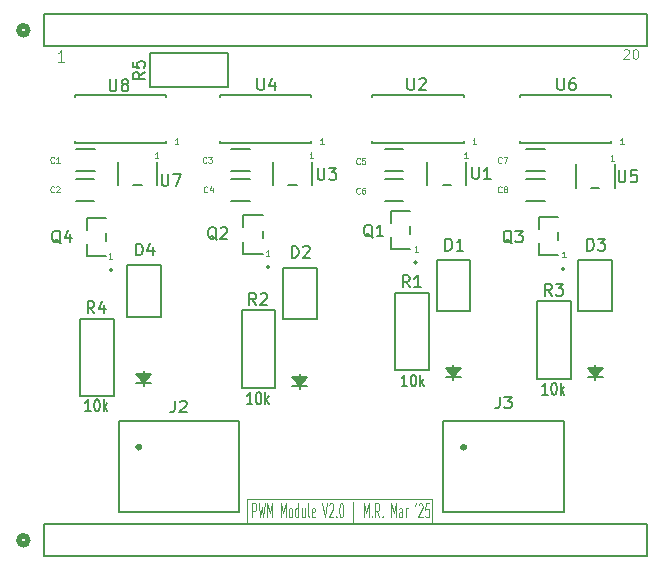
<source format=gbr>
%TF.GenerationSoftware,KiCad,Pcbnew,8.0.8*%
%TF.CreationDate,2025-03-10T22:00:58-04:00*%
%TF.ProjectId,PWM Module 2.0,50574d20-4d6f-4647-956c-6520322e302e,rev?*%
%TF.SameCoordinates,Original*%
%TF.FileFunction,Legend,Top*%
%TF.FilePolarity,Positive*%
%FSLAX46Y46*%
G04 Gerber Fmt 4.6, Leading zero omitted, Abs format (unit mm)*
G04 Created by KiCad (PCBNEW 8.0.8) date 2025-03-10 22:00:58*
%MOMM*%
%LPD*%
G01*
G04 APERTURE LIST*
%ADD10C,0.100000*%
%ADD11C,0.150000*%
%ADD12C,0.125000*%
%ADD13C,0.152400*%
%ADD14C,0.200000*%
%ADD15C,0.400000*%
%ADD16C,0.508000*%
G04 APERTURE END LIST*
D10*
X168200000Y-65100000D02*
X183800000Y-65100000D01*
X183800000Y-67200000D01*
X168200000Y-67200000D01*
X168200000Y-65100000D01*
X162346741Y-35033609D02*
X162061027Y-35033609D01*
X162203884Y-35033609D02*
X162203884Y-34533609D01*
X162203884Y-34533609D02*
X162156265Y-34605038D01*
X162156265Y-34605038D02*
X162108646Y-34652657D01*
X162108646Y-34652657D02*
X162061027Y-34676466D01*
X182646741Y-44133609D02*
X182361027Y-44133609D01*
X182503884Y-44133609D02*
X182503884Y-43633609D01*
X182503884Y-43633609D02*
X182456265Y-43705038D01*
X182456265Y-43705038D02*
X182408646Y-43752657D01*
X182408646Y-43752657D02*
X182361027Y-43776466D01*
D11*
X168623809Y-57054819D02*
X168166666Y-57054819D01*
X168395238Y-57054819D02*
X168395238Y-56054819D01*
X168395238Y-56054819D02*
X168319047Y-56197676D01*
X168319047Y-56197676D02*
X168242857Y-56292914D01*
X168242857Y-56292914D02*
X168166666Y-56340533D01*
X169119048Y-56054819D02*
X169195238Y-56054819D01*
X169195238Y-56054819D02*
X169271429Y-56102438D01*
X169271429Y-56102438D02*
X169309524Y-56150057D01*
X169309524Y-56150057D02*
X169347619Y-56245295D01*
X169347619Y-56245295D02*
X169385714Y-56435771D01*
X169385714Y-56435771D02*
X169385714Y-56673866D01*
X169385714Y-56673866D02*
X169347619Y-56864342D01*
X169347619Y-56864342D02*
X169309524Y-56959580D01*
X169309524Y-56959580D02*
X169271429Y-57007200D01*
X169271429Y-57007200D02*
X169195238Y-57054819D01*
X169195238Y-57054819D02*
X169119048Y-57054819D01*
X169119048Y-57054819D02*
X169042857Y-57007200D01*
X169042857Y-57007200D02*
X169004762Y-56959580D01*
X169004762Y-56959580D02*
X168966667Y-56864342D01*
X168966667Y-56864342D02*
X168928571Y-56673866D01*
X168928571Y-56673866D02*
X168928571Y-56435771D01*
X168928571Y-56435771D02*
X168966667Y-56245295D01*
X168966667Y-56245295D02*
X169004762Y-56150057D01*
X169004762Y-56150057D02*
X169042857Y-56102438D01*
X169042857Y-56102438D02*
X169119048Y-56054819D01*
X169728572Y-57054819D02*
X169728572Y-56054819D01*
X169804762Y-56673866D02*
X170033334Y-57054819D01*
X170033334Y-56388152D02*
X169728572Y-56769104D01*
D10*
X199246741Y-36433609D02*
X198961027Y-36433609D01*
X199103884Y-36433609D02*
X199103884Y-35933609D01*
X199103884Y-35933609D02*
X199056265Y-36005038D01*
X199056265Y-36005038D02*
X199008646Y-36052657D01*
X199008646Y-36052657D02*
X198961027Y-36076466D01*
X170046741Y-44533609D02*
X169761027Y-44533609D01*
X169903884Y-44533609D02*
X169903884Y-44033609D01*
X169903884Y-44033609D02*
X169856265Y-44105038D01*
X169856265Y-44105038D02*
X169808646Y-44152657D01*
X169808646Y-44152657D02*
X169761027Y-44176466D01*
X156746741Y-44733609D02*
X156461027Y-44733609D01*
X156603884Y-44733609D02*
X156603884Y-44233609D01*
X156603884Y-44233609D02*
X156556265Y-44305038D01*
X156556265Y-44305038D02*
X156508646Y-44352657D01*
X156508646Y-44352657D02*
X156461027Y-44376466D01*
X195146741Y-44633609D02*
X194861027Y-44633609D01*
X195003884Y-44633609D02*
X195003884Y-44133609D01*
X195003884Y-44133609D02*
X194956265Y-44205038D01*
X194956265Y-44205038D02*
X194908646Y-44252657D01*
X194908646Y-44252657D02*
X194861027Y-44276466D01*
D11*
X193623809Y-56254819D02*
X193166666Y-56254819D01*
X193395238Y-56254819D02*
X193395238Y-55254819D01*
X193395238Y-55254819D02*
X193319047Y-55397676D01*
X193319047Y-55397676D02*
X193242857Y-55492914D01*
X193242857Y-55492914D02*
X193166666Y-55540533D01*
X194119048Y-55254819D02*
X194195238Y-55254819D01*
X194195238Y-55254819D02*
X194271429Y-55302438D01*
X194271429Y-55302438D02*
X194309524Y-55350057D01*
X194309524Y-55350057D02*
X194347619Y-55445295D01*
X194347619Y-55445295D02*
X194385714Y-55635771D01*
X194385714Y-55635771D02*
X194385714Y-55873866D01*
X194385714Y-55873866D02*
X194347619Y-56064342D01*
X194347619Y-56064342D02*
X194309524Y-56159580D01*
X194309524Y-56159580D02*
X194271429Y-56207200D01*
X194271429Y-56207200D02*
X194195238Y-56254819D01*
X194195238Y-56254819D02*
X194119048Y-56254819D01*
X194119048Y-56254819D02*
X194042857Y-56207200D01*
X194042857Y-56207200D02*
X194004762Y-56159580D01*
X194004762Y-56159580D02*
X193966667Y-56064342D01*
X193966667Y-56064342D02*
X193928571Y-55873866D01*
X193928571Y-55873866D02*
X193928571Y-55635771D01*
X193928571Y-55635771D02*
X193966667Y-55445295D01*
X193966667Y-55445295D02*
X194004762Y-55350057D01*
X194004762Y-55350057D02*
X194042857Y-55302438D01*
X194042857Y-55302438D02*
X194119048Y-55254819D01*
X194728572Y-56254819D02*
X194728572Y-55254819D01*
X194804762Y-55873866D02*
X195033334Y-56254819D01*
X195033334Y-55588152D02*
X194728572Y-55969104D01*
D10*
X160646741Y-36233609D02*
X160361027Y-36233609D01*
X160503884Y-36233609D02*
X160503884Y-35733609D01*
X160503884Y-35733609D02*
X160456265Y-35805038D01*
X160456265Y-35805038D02*
X160408646Y-35852657D01*
X160408646Y-35852657D02*
X160361027Y-35876466D01*
X152701503Y-28072419D02*
X152130075Y-28072419D01*
X152415789Y-28072419D02*
X152415789Y-27072419D01*
X152415789Y-27072419D02*
X152320551Y-27215276D01*
X152320551Y-27215276D02*
X152225313Y-27310514D01*
X152225313Y-27310514D02*
X152130075Y-27358133D01*
X174646741Y-35033609D02*
X174361027Y-35033609D01*
X174503884Y-35033609D02*
X174503884Y-34533609D01*
X174503884Y-34533609D02*
X174456265Y-34605038D01*
X174456265Y-34605038D02*
X174408646Y-34652657D01*
X174408646Y-34652657D02*
X174361027Y-34676466D01*
D11*
X154923809Y-57654819D02*
X154466666Y-57654819D01*
X154695238Y-57654819D02*
X154695238Y-56654819D01*
X154695238Y-56654819D02*
X154619047Y-56797676D01*
X154619047Y-56797676D02*
X154542857Y-56892914D01*
X154542857Y-56892914D02*
X154466666Y-56940533D01*
X155419048Y-56654819D02*
X155495238Y-56654819D01*
X155495238Y-56654819D02*
X155571429Y-56702438D01*
X155571429Y-56702438D02*
X155609524Y-56750057D01*
X155609524Y-56750057D02*
X155647619Y-56845295D01*
X155647619Y-56845295D02*
X155685714Y-57035771D01*
X155685714Y-57035771D02*
X155685714Y-57273866D01*
X155685714Y-57273866D02*
X155647619Y-57464342D01*
X155647619Y-57464342D02*
X155609524Y-57559580D01*
X155609524Y-57559580D02*
X155571429Y-57607200D01*
X155571429Y-57607200D02*
X155495238Y-57654819D01*
X155495238Y-57654819D02*
X155419048Y-57654819D01*
X155419048Y-57654819D02*
X155342857Y-57607200D01*
X155342857Y-57607200D02*
X155304762Y-57559580D01*
X155304762Y-57559580D02*
X155266667Y-57464342D01*
X155266667Y-57464342D02*
X155228571Y-57273866D01*
X155228571Y-57273866D02*
X155228571Y-57035771D01*
X155228571Y-57035771D02*
X155266667Y-56845295D01*
X155266667Y-56845295D02*
X155304762Y-56750057D01*
X155304762Y-56750057D02*
X155342857Y-56702438D01*
X155342857Y-56702438D02*
X155419048Y-56654819D01*
X156028572Y-57654819D02*
X156028572Y-56654819D01*
X156104762Y-57273866D02*
X156333334Y-57654819D01*
X156333334Y-56988152D02*
X156028572Y-57369104D01*
D10*
X173746741Y-36233609D02*
X173461027Y-36233609D01*
X173603884Y-36233609D02*
X173603884Y-35733609D01*
X173603884Y-35733609D02*
X173556265Y-35805038D01*
X173556265Y-35805038D02*
X173508646Y-35852657D01*
X173508646Y-35852657D02*
X173461027Y-35876466D01*
X168608646Y-66647942D02*
X168608646Y-65447942D01*
X168608646Y-65447942D02*
X168837217Y-65447942D01*
X168837217Y-65447942D02*
X168894360Y-65505085D01*
X168894360Y-65505085D02*
X168922931Y-65562228D01*
X168922931Y-65562228D02*
X168951503Y-65676514D01*
X168951503Y-65676514D02*
X168951503Y-65847942D01*
X168951503Y-65847942D02*
X168922931Y-65962228D01*
X168922931Y-65962228D02*
X168894360Y-66019371D01*
X168894360Y-66019371D02*
X168837217Y-66076514D01*
X168837217Y-66076514D02*
X168608646Y-66076514D01*
X169151503Y-65447942D02*
X169294360Y-66647942D01*
X169294360Y-66647942D02*
X169408646Y-65790800D01*
X169408646Y-65790800D02*
X169522931Y-66647942D01*
X169522931Y-66647942D02*
X169665789Y-65447942D01*
X169894360Y-66647942D02*
X169894360Y-65447942D01*
X169894360Y-65447942D02*
X170094360Y-66305085D01*
X170094360Y-66305085D02*
X170294360Y-65447942D01*
X170294360Y-65447942D02*
X170294360Y-66647942D01*
X171037217Y-66647942D02*
X171037217Y-65447942D01*
X171037217Y-65447942D02*
X171237217Y-66305085D01*
X171237217Y-66305085D02*
X171437217Y-65447942D01*
X171437217Y-65447942D02*
X171437217Y-66647942D01*
X171808645Y-66647942D02*
X171751502Y-66590800D01*
X171751502Y-66590800D02*
X171722931Y-66533657D01*
X171722931Y-66533657D02*
X171694359Y-66419371D01*
X171694359Y-66419371D02*
X171694359Y-66076514D01*
X171694359Y-66076514D02*
X171722931Y-65962228D01*
X171722931Y-65962228D02*
X171751502Y-65905085D01*
X171751502Y-65905085D02*
X171808645Y-65847942D01*
X171808645Y-65847942D02*
X171894359Y-65847942D01*
X171894359Y-65847942D02*
X171951502Y-65905085D01*
X171951502Y-65905085D02*
X171980074Y-65962228D01*
X171980074Y-65962228D02*
X172008645Y-66076514D01*
X172008645Y-66076514D02*
X172008645Y-66419371D01*
X172008645Y-66419371D02*
X171980074Y-66533657D01*
X171980074Y-66533657D02*
X171951502Y-66590800D01*
X171951502Y-66590800D02*
X171894359Y-66647942D01*
X171894359Y-66647942D02*
X171808645Y-66647942D01*
X172522931Y-66647942D02*
X172522931Y-65447942D01*
X172522931Y-66590800D02*
X172465788Y-66647942D01*
X172465788Y-66647942D02*
X172351502Y-66647942D01*
X172351502Y-66647942D02*
X172294359Y-66590800D01*
X172294359Y-66590800D02*
X172265788Y-66533657D01*
X172265788Y-66533657D02*
X172237216Y-66419371D01*
X172237216Y-66419371D02*
X172237216Y-66076514D01*
X172237216Y-66076514D02*
X172265788Y-65962228D01*
X172265788Y-65962228D02*
X172294359Y-65905085D01*
X172294359Y-65905085D02*
X172351502Y-65847942D01*
X172351502Y-65847942D02*
X172465788Y-65847942D01*
X172465788Y-65847942D02*
X172522931Y-65905085D01*
X173065788Y-65847942D02*
X173065788Y-66647942D01*
X172808645Y-65847942D02*
X172808645Y-66476514D01*
X172808645Y-66476514D02*
X172837216Y-66590800D01*
X172837216Y-66590800D02*
X172894359Y-66647942D01*
X172894359Y-66647942D02*
X172980073Y-66647942D01*
X172980073Y-66647942D02*
X173037216Y-66590800D01*
X173037216Y-66590800D02*
X173065788Y-66533657D01*
X173437216Y-66647942D02*
X173380073Y-66590800D01*
X173380073Y-66590800D02*
X173351502Y-66476514D01*
X173351502Y-66476514D02*
X173351502Y-65447942D01*
X173894359Y-66590800D02*
X173837216Y-66647942D01*
X173837216Y-66647942D02*
X173722931Y-66647942D01*
X173722931Y-66647942D02*
X173665788Y-66590800D01*
X173665788Y-66590800D02*
X173637216Y-66476514D01*
X173637216Y-66476514D02*
X173637216Y-66019371D01*
X173637216Y-66019371D02*
X173665788Y-65905085D01*
X173665788Y-65905085D02*
X173722931Y-65847942D01*
X173722931Y-65847942D02*
X173837216Y-65847942D01*
X173837216Y-65847942D02*
X173894359Y-65905085D01*
X173894359Y-65905085D02*
X173922931Y-66019371D01*
X173922931Y-66019371D02*
X173922931Y-66133657D01*
X173922931Y-66133657D02*
X173637216Y-66247942D01*
X174551502Y-65447942D02*
X174751502Y-66647942D01*
X174751502Y-66647942D02*
X174951502Y-65447942D01*
X175122931Y-65562228D02*
X175151503Y-65505085D01*
X175151503Y-65505085D02*
X175208646Y-65447942D01*
X175208646Y-65447942D02*
X175351503Y-65447942D01*
X175351503Y-65447942D02*
X175408646Y-65505085D01*
X175408646Y-65505085D02*
X175437217Y-65562228D01*
X175437217Y-65562228D02*
X175465788Y-65676514D01*
X175465788Y-65676514D02*
X175465788Y-65790800D01*
X175465788Y-65790800D02*
X175437217Y-65962228D01*
X175437217Y-65962228D02*
X175094360Y-66647942D01*
X175094360Y-66647942D02*
X175465788Y-66647942D01*
X175722932Y-66533657D02*
X175751503Y-66590800D01*
X175751503Y-66590800D02*
X175722932Y-66647942D01*
X175722932Y-66647942D02*
X175694360Y-66590800D01*
X175694360Y-66590800D02*
X175722932Y-66533657D01*
X175722932Y-66533657D02*
X175722932Y-66647942D01*
X176122931Y-65447942D02*
X176180074Y-65447942D01*
X176180074Y-65447942D02*
X176237217Y-65505085D01*
X176237217Y-65505085D02*
X176265789Y-65562228D01*
X176265789Y-65562228D02*
X176294360Y-65676514D01*
X176294360Y-65676514D02*
X176322931Y-65905085D01*
X176322931Y-65905085D02*
X176322931Y-66190800D01*
X176322931Y-66190800D02*
X176294360Y-66419371D01*
X176294360Y-66419371D02*
X176265789Y-66533657D01*
X176265789Y-66533657D02*
X176237217Y-66590800D01*
X176237217Y-66590800D02*
X176180074Y-66647942D01*
X176180074Y-66647942D02*
X176122931Y-66647942D01*
X176122931Y-66647942D02*
X176065789Y-66590800D01*
X176065789Y-66590800D02*
X176037217Y-66533657D01*
X176037217Y-66533657D02*
X176008646Y-66419371D01*
X176008646Y-66419371D02*
X175980074Y-66190800D01*
X175980074Y-66190800D02*
X175980074Y-65905085D01*
X175980074Y-65905085D02*
X176008646Y-65676514D01*
X176008646Y-65676514D02*
X176037217Y-65562228D01*
X176037217Y-65562228D02*
X176065789Y-65505085D01*
X176065789Y-65505085D02*
X176122931Y-65447942D01*
X177180075Y-67047942D02*
X177180075Y-65333657D01*
X178065790Y-66647942D02*
X178065790Y-65447942D01*
X178065790Y-65447942D02*
X178265790Y-66305085D01*
X178265790Y-66305085D02*
X178465790Y-65447942D01*
X178465790Y-65447942D02*
X178465790Y-66647942D01*
X178751504Y-66533657D02*
X178780075Y-66590800D01*
X178780075Y-66590800D02*
X178751504Y-66647942D01*
X178751504Y-66647942D02*
X178722932Y-66590800D01*
X178722932Y-66590800D02*
X178751504Y-66533657D01*
X178751504Y-66533657D02*
X178751504Y-66647942D01*
X179380075Y-66647942D02*
X179180075Y-66076514D01*
X179037218Y-66647942D02*
X179037218Y-65447942D01*
X179037218Y-65447942D02*
X179265789Y-65447942D01*
X179265789Y-65447942D02*
X179322932Y-65505085D01*
X179322932Y-65505085D02*
X179351503Y-65562228D01*
X179351503Y-65562228D02*
X179380075Y-65676514D01*
X179380075Y-65676514D02*
X179380075Y-65847942D01*
X179380075Y-65847942D02*
X179351503Y-65962228D01*
X179351503Y-65962228D02*
X179322932Y-66019371D01*
X179322932Y-66019371D02*
X179265789Y-66076514D01*
X179265789Y-66076514D02*
X179037218Y-66076514D01*
X179637218Y-66533657D02*
X179665789Y-66590800D01*
X179665789Y-66590800D02*
X179637218Y-66647942D01*
X179637218Y-66647942D02*
X179608646Y-66590800D01*
X179608646Y-66590800D02*
X179637218Y-66533657D01*
X179637218Y-66533657D02*
X179637218Y-66647942D01*
X180380075Y-66647942D02*
X180380075Y-65447942D01*
X180380075Y-65447942D02*
X180580075Y-66305085D01*
X180580075Y-66305085D02*
X180780075Y-65447942D01*
X180780075Y-65447942D02*
X180780075Y-66647942D01*
X181322932Y-66647942D02*
X181322932Y-66019371D01*
X181322932Y-66019371D02*
X181294360Y-65905085D01*
X181294360Y-65905085D02*
X181237217Y-65847942D01*
X181237217Y-65847942D02*
X181122932Y-65847942D01*
X181122932Y-65847942D02*
X181065789Y-65905085D01*
X181322932Y-66590800D02*
X181265789Y-66647942D01*
X181265789Y-66647942D02*
X181122932Y-66647942D01*
X181122932Y-66647942D02*
X181065789Y-66590800D01*
X181065789Y-66590800D02*
X181037217Y-66476514D01*
X181037217Y-66476514D02*
X181037217Y-66362228D01*
X181037217Y-66362228D02*
X181065789Y-66247942D01*
X181065789Y-66247942D02*
X181122932Y-66190800D01*
X181122932Y-66190800D02*
X181265789Y-66190800D01*
X181265789Y-66190800D02*
X181322932Y-66133657D01*
X181608646Y-66647942D02*
X181608646Y-65847942D01*
X181608646Y-66076514D02*
X181637217Y-65962228D01*
X181637217Y-65962228D02*
X181665789Y-65905085D01*
X181665789Y-65905085D02*
X181722931Y-65847942D01*
X181722931Y-65847942D02*
X181780074Y-65847942D01*
X182465789Y-65447942D02*
X182408646Y-65676514D01*
X182694360Y-65562228D02*
X182722932Y-65505085D01*
X182722932Y-65505085D02*
X182780075Y-65447942D01*
X182780075Y-65447942D02*
X182922932Y-65447942D01*
X182922932Y-65447942D02*
X182980075Y-65505085D01*
X182980075Y-65505085D02*
X183008646Y-65562228D01*
X183008646Y-65562228D02*
X183037217Y-65676514D01*
X183037217Y-65676514D02*
X183037217Y-65790800D01*
X183037217Y-65790800D02*
X183008646Y-65962228D01*
X183008646Y-65962228D02*
X182665789Y-66647942D01*
X182665789Y-66647942D02*
X183037217Y-66647942D01*
X183580075Y-65447942D02*
X183294361Y-65447942D01*
X183294361Y-65447942D02*
X183265789Y-66019371D01*
X183265789Y-66019371D02*
X183294361Y-65962228D01*
X183294361Y-65962228D02*
X183351504Y-65905085D01*
X183351504Y-65905085D02*
X183494361Y-65905085D01*
X183494361Y-65905085D02*
X183551504Y-65962228D01*
X183551504Y-65962228D02*
X183580075Y-66019371D01*
X183580075Y-66019371D02*
X183608646Y-66133657D01*
X183608646Y-66133657D02*
X183608646Y-66419371D01*
X183608646Y-66419371D02*
X183580075Y-66533657D01*
X183580075Y-66533657D02*
X183551504Y-66590800D01*
X183551504Y-66590800D02*
X183494361Y-66647942D01*
X183494361Y-66647942D02*
X183351504Y-66647942D01*
X183351504Y-66647942D02*
X183294361Y-66590800D01*
X183294361Y-66590800D02*
X183265789Y-66533657D01*
X200046741Y-35033609D02*
X199761027Y-35033609D01*
X199903884Y-35033609D02*
X199903884Y-34533609D01*
X199903884Y-34533609D02*
X199856265Y-34605038D01*
X199856265Y-34605038D02*
X199808646Y-34652657D01*
X199808646Y-34652657D02*
X199761027Y-34676466D01*
X200046264Y-27073085D02*
X200084360Y-27034990D01*
X200084360Y-27034990D02*
X200160550Y-26996895D01*
X200160550Y-26996895D02*
X200351026Y-26996895D01*
X200351026Y-26996895D02*
X200427217Y-27034990D01*
X200427217Y-27034990D02*
X200465312Y-27073085D01*
X200465312Y-27073085D02*
X200503407Y-27149276D01*
X200503407Y-27149276D02*
X200503407Y-27225466D01*
X200503407Y-27225466D02*
X200465312Y-27339752D01*
X200465312Y-27339752D02*
X200008169Y-27796895D01*
X200008169Y-27796895D02*
X200503407Y-27796895D01*
X200998646Y-26996895D02*
X201074836Y-26996895D01*
X201074836Y-26996895D02*
X201151027Y-27034990D01*
X201151027Y-27034990D02*
X201189122Y-27073085D01*
X201189122Y-27073085D02*
X201227217Y-27149276D01*
X201227217Y-27149276D02*
X201265312Y-27301657D01*
X201265312Y-27301657D02*
X201265312Y-27492133D01*
X201265312Y-27492133D02*
X201227217Y-27644514D01*
X201227217Y-27644514D02*
X201189122Y-27720704D01*
X201189122Y-27720704D02*
X201151027Y-27758800D01*
X201151027Y-27758800D02*
X201074836Y-27796895D01*
X201074836Y-27796895D02*
X200998646Y-27796895D01*
X200998646Y-27796895D02*
X200922455Y-27758800D01*
X200922455Y-27758800D02*
X200884360Y-27720704D01*
X200884360Y-27720704D02*
X200846265Y-27644514D01*
X200846265Y-27644514D02*
X200808169Y-27492133D01*
X200808169Y-27492133D02*
X200808169Y-27301657D01*
X200808169Y-27301657D02*
X200846265Y-27149276D01*
X200846265Y-27149276D02*
X200884360Y-27073085D01*
X200884360Y-27073085D02*
X200922455Y-27034990D01*
X200922455Y-27034990D02*
X200998646Y-26996895D01*
X187546741Y-35033609D02*
X187261027Y-35033609D01*
X187403884Y-35033609D02*
X187403884Y-34533609D01*
X187403884Y-34533609D02*
X187356265Y-34605038D01*
X187356265Y-34605038D02*
X187308646Y-34652657D01*
X187308646Y-34652657D02*
X187261027Y-34676466D01*
D11*
X181723809Y-55554819D02*
X181266666Y-55554819D01*
X181495238Y-55554819D02*
X181495238Y-54554819D01*
X181495238Y-54554819D02*
X181419047Y-54697676D01*
X181419047Y-54697676D02*
X181342857Y-54792914D01*
X181342857Y-54792914D02*
X181266666Y-54840533D01*
X182219048Y-54554819D02*
X182295238Y-54554819D01*
X182295238Y-54554819D02*
X182371429Y-54602438D01*
X182371429Y-54602438D02*
X182409524Y-54650057D01*
X182409524Y-54650057D02*
X182447619Y-54745295D01*
X182447619Y-54745295D02*
X182485714Y-54935771D01*
X182485714Y-54935771D02*
X182485714Y-55173866D01*
X182485714Y-55173866D02*
X182447619Y-55364342D01*
X182447619Y-55364342D02*
X182409524Y-55459580D01*
X182409524Y-55459580D02*
X182371429Y-55507200D01*
X182371429Y-55507200D02*
X182295238Y-55554819D01*
X182295238Y-55554819D02*
X182219048Y-55554819D01*
X182219048Y-55554819D02*
X182142857Y-55507200D01*
X182142857Y-55507200D02*
X182104762Y-55459580D01*
X182104762Y-55459580D02*
X182066667Y-55364342D01*
X182066667Y-55364342D02*
X182028571Y-55173866D01*
X182028571Y-55173866D02*
X182028571Y-54935771D01*
X182028571Y-54935771D02*
X182066667Y-54745295D01*
X182066667Y-54745295D02*
X182104762Y-54650057D01*
X182104762Y-54650057D02*
X182142857Y-54602438D01*
X182142857Y-54602438D02*
X182219048Y-54554819D01*
X182828572Y-55554819D02*
X182828572Y-54554819D01*
X182904762Y-55173866D02*
X183133334Y-55554819D01*
X183133334Y-54888152D02*
X182828572Y-55269104D01*
D10*
X186846741Y-36233609D02*
X186561027Y-36233609D01*
X186703884Y-36233609D02*
X186703884Y-35733609D01*
X186703884Y-35733609D02*
X186656265Y-35805038D01*
X186656265Y-35805038D02*
X186608646Y-35852657D01*
X186608646Y-35852657D02*
X186561027Y-35876466D01*
D11*
X160938095Y-37554819D02*
X160938095Y-38364342D01*
X160938095Y-38364342D02*
X160985714Y-38459580D01*
X160985714Y-38459580D02*
X161033333Y-38507200D01*
X161033333Y-38507200D02*
X161128571Y-38554819D01*
X161128571Y-38554819D02*
X161319047Y-38554819D01*
X161319047Y-38554819D02*
X161414285Y-38507200D01*
X161414285Y-38507200D02*
X161461904Y-38459580D01*
X161461904Y-38459580D02*
X161509523Y-38364342D01*
X161509523Y-38364342D02*
X161509523Y-37554819D01*
X161890476Y-37554819D02*
X162557142Y-37554819D01*
X162557142Y-37554819D02*
X162128571Y-38554819D01*
X165604761Y-43150057D02*
X165509523Y-43102438D01*
X165509523Y-43102438D02*
X165414285Y-43007200D01*
X165414285Y-43007200D02*
X165271428Y-42864342D01*
X165271428Y-42864342D02*
X165176190Y-42816723D01*
X165176190Y-42816723D02*
X165080952Y-42816723D01*
X165128571Y-43054819D02*
X165033333Y-43007200D01*
X165033333Y-43007200D02*
X164938095Y-42911961D01*
X164938095Y-42911961D02*
X164890476Y-42721485D01*
X164890476Y-42721485D02*
X164890476Y-42388152D01*
X164890476Y-42388152D02*
X164938095Y-42197676D01*
X164938095Y-42197676D02*
X165033333Y-42102438D01*
X165033333Y-42102438D02*
X165128571Y-42054819D01*
X165128571Y-42054819D02*
X165319047Y-42054819D01*
X165319047Y-42054819D02*
X165414285Y-42102438D01*
X165414285Y-42102438D02*
X165509523Y-42197676D01*
X165509523Y-42197676D02*
X165557142Y-42388152D01*
X165557142Y-42388152D02*
X165557142Y-42721485D01*
X165557142Y-42721485D02*
X165509523Y-42911961D01*
X165509523Y-42911961D02*
X165414285Y-43007200D01*
X165414285Y-43007200D02*
X165319047Y-43054819D01*
X165319047Y-43054819D02*
X165128571Y-43054819D01*
X165938095Y-42150057D02*
X165985714Y-42102438D01*
X165985714Y-42102438D02*
X166080952Y-42054819D01*
X166080952Y-42054819D02*
X166319047Y-42054819D01*
X166319047Y-42054819D02*
X166414285Y-42102438D01*
X166414285Y-42102438D02*
X166461904Y-42150057D01*
X166461904Y-42150057D02*
X166509523Y-42245295D01*
X166509523Y-42245295D02*
X166509523Y-42340533D01*
X166509523Y-42340533D02*
X166461904Y-42483390D01*
X166461904Y-42483390D02*
X165890476Y-43054819D01*
X165890476Y-43054819D02*
X166509523Y-43054819D01*
D12*
X164816666Y-39077190D02*
X164792857Y-39101000D01*
X164792857Y-39101000D02*
X164721428Y-39124809D01*
X164721428Y-39124809D02*
X164673809Y-39124809D01*
X164673809Y-39124809D02*
X164602381Y-39101000D01*
X164602381Y-39101000D02*
X164554762Y-39053380D01*
X164554762Y-39053380D02*
X164530952Y-39005761D01*
X164530952Y-39005761D02*
X164507143Y-38910523D01*
X164507143Y-38910523D02*
X164507143Y-38839095D01*
X164507143Y-38839095D02*
X164530952Y-38743857D01*
X164530952Y-38743857D02*
X164554762Y-38696238D01*
X164554762Y-38696238D02*
X164602381Y-38648619D01*
X164602381Y-38648619D02*
X164673809Y-38624809D01*
X164673809Y-38624809D02*
X164721428Y-38624809D01*
X164721428Y-38624809D02*
X164792857Y-38648619D01*
X164792857Y-38648619D02*
X164816666Y-38672428D01*
X165245238Y-38791476D02*
X165245238Y-39124809D01*
X165126190Y-38601000D02*
X165007143Y-38958142D01*
X165007143Y-38958142D02*
X165316666Y-38958142D01*
X151816666Y-39077190D02*
X151792857Y-39101000D01*
X151792857Y-39101000D02*
X151721428Y-39124809D01*
X151721428Y-39124809D02*
X151673809Y-39124809D01*
X151673809Y-39124809D02*
X151602381Y-39101000D01*
X151602381Y-39101000D02*
X151554762Y-39053380D01*
X151554762Y-39053380D02*
X151530952Y-39005761D01*
X151530952Y-39005761D02*
X151507143Y-38910523D01*
X151507143Y-38910523D02*
X151507143Y-38839095D01*
X151507143Y-38839095D02*
X151530952Y-38743857D01*
X151530952Y-38743857D02*
X151554762Y-38696238D01*
X151554762Y-38696238D02*
X151602381Y-38648619D01*
X151602381Y-38648619D02*
X151673809Y-38624809D01*
X151673809Y-38624809D02*
X151721428Y-38624809D01*
X151721428Y-38624809D02*
X151792857Y-38648619D01*
X151792857Y-38648619D02*
X151816666Y-38672428D01*
X152007143Y-38672428D02*
X152030952Y-38648619D01*
X152030952Y-38648619D02*
X152078571Y-38624809D01*
X152078571Y-38624809D02*
X152197619Y-38624809D01*
X152197619Y-38624809D02*
X152245238Y-38648619D01*
X152245238Y-38648619D02*
X152269047Y-38672428D01*
X152269047Y-38672428D02*
X152292857Y-38720047D01*
X152292857Y-38720047D02*
X152292857Y-38767666D01*
X152292857Y-38767666D02*
X152269047Y-38839095D01*
X152269047Y-38839095D02*
X151983333Y-39124809D01*
X151983333Y-39124809D02*
X152292857Y-39124809D01*
D11*
X189566666Y-56419819D02*
X189566666Y-57134104D01*
X189566666Y-57134104D02*
X189519047Y-57276961D01*
X189519047Y-57276961D02*
X189423809Y-57372200D01*
X189423809Y-57372200D02*
X189280952Y-57419819D01*
X189280952Y-57419819D02*
X189185714Y-57419819D01*
X189947619Y-56419819D02*
X190566666Y-56419819D01*
X190566666Y-56419819D02*
X190233333Y-56800771D01*
X190233333Y-56800771D02*
X190376190Y-56800771D01*
X190376190Y-56800771D02*
X190471428Y-56848390D01*
X190471428Y-56848390D02*
X190519047Y-56896009D01*
X190519047Y-56896009D02*
X190566666Y-56991247D01*
X190566666Y-56991247D02*
X190566666Y-57229342D01*
X190566666Y-57229342D02*
X190519047Y-57324580D01*
X190519047Y-57324580D02*
X190471428Y-57372200D01*
X190471428Y-57372200D02*
X190376190Y-57419819D01*
X190376190Y-57419819D02*
X190090476Y-57419819D01*
X190090476Y-57419819D02*
X189995238Y-57372200D01*
X189995238Y-57372200D02*
X189947619Y-57324580D01*
X158761905Y-44454819D02*
X158761905Y-43454819D01*
X158761905Y-43454819D02*
X159000000Y-43454819D01*
X159000000Y-43454819D02*
X159142857Y-43502438D01*
X159142857Y-43502438D02*
X159238095Y-43597676D01*
X159238095Y-43597676D02*
X159285714Y-43692914D01*
X159285714Y-43692914D02*
X159333333Y-43883390D01*
X159333333Y-43883390D02*
X159333333Y-44026247D01*
X159333333Y-44026247D02*
X159285714Y-44216723D01*
X159285714Y-44216723D02*
X159238095Y-44311961D01*
X159238095Y-44311961D02*
X159142857Y-44407200D01*
X159142857Y-44407200D02*
X159000000Y-44454819D01*
X159000000Y-44454819D02*
X158761905Y-44454819D01*
X160190476Y-43788152D02*
X160190476Y-44454819D01*
X159952381Y-43407200D02*
X159714286Y-44121485D01*
X159714286Y-44121485D02*
X160333333Y-44121485D01*
X184961905Y-44054819D02*
X184961905Y-43054819D01*
X184961905Y-43054819D02*
X185200000Y-43054819D01*
X185200000Y-43054819D02*
X185342857Y-43102438D01*
X185342857Y-43102438D02*
X185438095Y-43197676D01*
X185438095Y-43197676D02*
X185485714Y-43292914D01*
X185485714Y-43292914D02*
X185533333Y-43483390D01*
X185533333Y-43483390D02*
X185533333Y-43626247D01*
X185533333Y-43626247D02*
X185485714Y-43816723D01*
X185485714Y-43816723D02*
X185438095Y-43911961D01*
X185438095Y-43911961D02*
X185342857Y-44007200D01*
X185342857Y-44007200D02*
X185200000Y-44054819D01*
X185200000Y-44054819D02*
X184961905Y-44054819D01*
X186485714Y-44054819D02*
X185914286Y-44054819D01*
X186200000Y-44054819D02*
X186200000Y-43054819D01*
X186200000Y-43054819D02*
X186104762Y-43197676D01*
X186104762Y-43197676D02*
X186009524Y-43292914D01*
X186009524Y-43292914D02*
X185914286Y-43340533D01*
X190604761Y-43450057D02*
X190509523Y-43402438D01*
X190509523Y-43402438D02*
X190414285Y-43307200D01*
X190414285Y-43307200D02*
X190271428Y-43164342D01*
X190271428Y-43164342D02*
X190176190Y-43116723D01*
X190176190Y-43116723D02*
X190080952Y-43116723D01*
X190128571Y-43354819D02*
X190033333Y-43307200D01*
X190033333Y-43307200D02*
X189938095Y-43211961D01*
X189938095Y-43211961D02*
X189890476Y-43021485D01*
X189890476Y-43021485D02*
X189890476Y-42688152D01*
X189890476Y-42688152D02*
X189938095Y-42497676D01*
X189938095Y-42497676D02*
X190033333Y-42402438D01*
X190033333Y-42402438D02*
X190128571Y-42354819D01*
X190128571Y-42354819D02*
X190319047Y-42354819D01*
X190319047Y-42354819D02*
X190414285Y-42402438D01*
X190414285Y-42402438D02*
X190509523Y-42497676D01*
X190509523Y-42497676D02*
X190557142Y-42688152D01*
X190557142Y-42688152D02*
X190557142Y-43021485D01*
X190557142Y-43021485D02*
X190509523Y-43211961D01*
X190509523Y-43211961D02*
X190414285Y-43307200D01*
X190414285Y-43307200D02*
X190319047Y-43354819D01*
X190319047Y-43354819D02*
X190128571Y-43354819D01*
X190890476Y-42354819D02*
X191509523Y-42354819D01*
X191509523Y-42354819D02*
X191176190Y-42735771D01*
X191176190Y-42735771D02*
X191319047Y-42735771D01*
X191319047Y-42735771D02*
X191414285Y-42783390D01*
X191414285Y-42783390D02*
X191461904Y-42831009D01*
X191461904Y-42831009D02*
X191509523Y-42926247D01*
X191509523Y-42926247D02*
X191509523Y-43164342D01*
X191509523Y-43164342D02*
X191461904Y-43259580D01*
X191461904Y-43259580D02*
X191414285Y-43307200D01*
X191414285Y-43307200D02*
X191319047Y-43354819D01*
X191319047Y-43354819D02*
X191033333Y-43354819D01*
X191033333Y-43354819D02*
X190938095Y-43307200D01*
X190938095Y-43307200D02*
X190890476Y-43259580D01*
X159504819Y-28956666D02*
X159028628Y-29289999D01*
X159504819Y-29528094D02*
X158504819Y-29528094D01*
X158504819Y-29528094D02*
X158504819Y-29147142D01*
X158504819Y-29147142D02*
X158552438Y-29051904D01*
X158552438Y-29051904D02*
X158600057Y-29004285D01*
X158600057Y-29004285D02*
X158695295Y-28956666D01*
X158695295Y-28956666D02*
X158838152Y-28956666D01*
X158838152Y-28956666D02*
X158933390Y-29004285D01*
X158933390Y-29004285D02*
X158981009Y-29051904D01*
X158981009Y-29051904D02*
X159028628Y-29147142D01*
X159028628Y-29147142D02*
X159028628Y-29528094D01*
X158504819Y-28051904D02*
X158504819Y-28528094D01*
X158504819Y-28528094D02*
X158981009Y-28575713D01*
X158981009Y-28575713D02*
X158933390Y-28528094D01*
X158933390Y-28528094D02*
X158885771Y-28432856D01*
X158885771Y-28432856D02*
X158885771Y-28194761D01*
X158885771Y-28194761D02*
X158933390Y-28099523D01*
X158933390Y-28099523D02*
X158981009Y-28051904D01*
X158981009Y-28051904D02*
X159076247Y-28004285D01*
X159076247Y-28004285D02*
X159314342Y-28004285D01*
X159314342Y-28004285D02*
X159409580Y-28051904D01*
X159409580Y-28051904D02*
X159457200Y-28099523D01*
X159457200Y-28099523D02*
X159504819Y-28194761D01*
X159504819Y-28194761D02*
X159504819Y-28432856D01*
X159504819Y-28432856D02*
X159457200Y-28528094D01*
X159457200Y-28528094D02*
X159409580Y-28575713D01*
X162066666Y-56754819D02*
X162066666Y-57469104D01*
X162066666Y-57469104D02*
X162019047Y-57611961D01*
X162019047Y-57611961D02*
X161923809Y-57707200D01*
X161923809Y-57707200D02*
X161780952Y-57754819D01*
X161780952Y-57754819D02*
X161685714Y-57754819D01*
X162495238Y-56850057D02*
X162542857Y-56802438D01*
X162542857Y-56802438D02*
X162638095Y-56754819D01*
X162638095Y-56754819D02*
X162876190Y-56754819D01*
X162876190Y-56754819D02*
X162971428Y-56802438D01*
X162971428Y-56802438D02*
X163019047Y-56850057D01*
X163019047Y-56850057D02*
X163066666Y-56945295D01*
X163066666Y-56945295D02*
X163066666Y-57040533D01*
X163066666Y-57040533D02*
X163019047Y-57183390D01*
X163019047Y-57183390D02*
X162447619Y-57754819D01*
X162447619Y-57754819D02*
X163066666Y-57754819D01*
X199638095Y-37254819D02*
X199638095Y-38064342D01*
X199638095Y-38064342D02*
X199685714Y-38159580D01*
X199685714Y-38159580D02*
X199733333Y-38207200D01*
X199733333Y-38207200D02*
X199828571Y-38254819D01*
X199828571Y-38254819D02*
X200019047Y-38254819D01*
X200019047Y-38254819D02*
X200114285Y-38207200D01*
X200114285Y-38207200D02*
X200161904Y-38159580D01*
X200161904Y-38159580D02*
X200209523Y-38064342D01*
X200209523Y-38064342D02*
X200209523Y-37254819D01*
X201161904Y-37254819D02*
X200685714Y-37254819D01*
X200685714Y-37254819D02*
X200638095Y-37731009D01*
X200638095Y-37731009D02*
X200685714Y-37683390D01*
X200685714Y-37683390D02*
X200780952Y-37635771D01*
X200780952Y-37635771D02*
X201019047Y-37635771D01*
X201019047Y-37635771D02*
X201114285Y-37683390D01*
X201114285Y-37683390D02*
X201161904Y-37731009D01*
X201161904Y-37731009D02*
X201209523Y-37826247D01*
X201209523Y-37826247D02*
X201209523Y-38064342D01*
X201209523Y-38064342D02*
X201161904Y-38159580D01*
X201161904Y-38159580D02*
X201114285Y-38207200D01*
X201114285Y-38207200D02*
X201019047Y-38254819D01*
X201019047Y-38254819D02*
X200780952Y-38254819D01*
X200780952Y-38254819D02*
X200685714Y-38207200D01*
X200685714Y-38207200D02*
X200638095Y-38159580D01*
D12*
X164716666Y-36577190D02*
X164692857Y-36601000D01*
X164692857Y-36601000D02*
X164621428Y-36624809D01*
X164621428Y-36624809D02*
X164573809Y-36624809D01*
X164573809Y-36624809D02*
X164502381Y-36601000D01*
X164502381Y-36601000D02*
X164454762Y-36553380D01*
X164454762Y-36553380D02*
X164430952Y-36505761D01*
X164430952Y-36505761D02*
X164407143Y-36410523D01*
X164407143Y-36410523D02*
X164407143Y-36339095D01*
X164407143Y-36339095D02*
X164430952Y-36243857D01*
X164430952Y-36243857D02*
X164454762Y-36196238D01*
X164454762Y-36196238D02*
X164502381Y-36148619D01*
X164502381Y-36148619D02*
X164573809Y-36124809D01*
X164573809Y-36124809D02*
X164621428Y-36124809D01*
X164621428Y-36124809D02*
X164692857Y-36148619D01*
X164692857Y-36148619D02*
X164716666Y-36172428D01*
X164883333Y-36124809D02*
X165192857Y-36124809D01*
X165192857Y-36124809D02*
X165026190Y-36315285D01*
X165026190Y-36315285D02*
X165097619Y-36315285D01*
X165097619Y-36315285D02*
X165145238Y-36339095D01*
X165145238Y-36339095D02*
X165169047Y-36362904D01*
X165169047Y-36362904D02*
X165192857Y-36410523D01*
X165192857Y-36410523D02*
X165192857Y-36529571D01*
X165192857Y-36529571D02*
X165169047Y-36577190D01*
X165169047Y-36577190D02*
X165145238Y-36601000D01*
X165145238Y-36601000D02*
X165097619Y-36624809D01*
X165097619Y-36624809D02*
X164954762Y-36624809D01*
X164954762Y-36624809D02*
X164907143Y-36601000D01*
X164907143Y-36601000D02*
X164883333Y-36577190D01*
X177716666Y-36677190D02*
X177692857Y-36701000D01*
X177692857Y-36701000D02*
X177621428Y-36724809D01*
X177621428Y-36724809D02*
X177573809Y-36724809D01*
X177573809Y-36724809D02*
X177502381Y-36701000D01*
X177502381Y-36701000D02*
X177454762Y-36653380D01*
X177454762Y-36653380D02*
X177430952Y-36605761D01*
X177430952Y-36605761D02*
X177407143Y-36510523D01*
X177407143Y-36510523D02*
X177407143Y-36439095D01*
X177407143Y-36439095D02*
X177430952Y-36343857D01*
X177430952Y-36343857D02*
X177454762Y-36296238D01*
X177454762Y-36296238D02*
X177502381Y-36248619D01*
X177502381Y-36248619D02*
X177573809Y-36224809D01*
X177573809Y-36224809D02*
X177621428Y-36224809D01*
X177621428Y-36224809D02*
X177692857Y-36248619D01*
X177692857Y-36248619D02*
X177716666Y-36272428D01*
X178169047Y-36224809D02*
X177930952Y-36224809D01*
X177930952Y-36224809D02*
X177907143Y-36462904D01*
X177907143Y-36462904D02*
X177930952Y-36439095D01*
X177930952Y-36439095D02*
X177978571Y-36415285D01*
X177978571Y-36415285D02*
X178097619Y-36415285D01*
X178097619Y-36415285D02*
X178145238Y-36439095D01*
X178145238Y-36439095D02*
X178169047Y-36462904D01*
X178169047Y-36462904D02*
X178192857Y-36510523D01*
X178192857Y-36510523D02*
X178192857Y-36629571D01*
X178192857Y-36629571D02*
X178169047Y-36677190D01*
X178169047Y-36677190D02*
X178145238Y-36701000D01*
X178145238Y-36701000D02*
X178097619Y-36724809D01*
X178097619Y-36724809D02*
X177978571Y-36724809D01*
X177978571Y-36724809D02*
X177930952Y-36701000D01*
X177930952Y-36701000D02*
X177907143Y-36677190D01*
X177716666Y-39177190D02*
X177692857Y-39201000D01*
X177692857Y-39201000D02*
X177621428Y-39224809D01*
X177621428Y-39224809D02*
X177573809Y-39224809D01*
X177573809Y-39224809D02*
X177502381Y-39201000D01*
X177502381Y-39201000D02*
X177454762Y-39153380D01*
X177454762Y-39153380D02*
X177430952Y-39105761D01*
X177430952Y-39105761D02*
X177407143Y-39010523D01*
X177407143Y-39010523D02*
X177407143Y-38939095D01*
X177407143Y-38939095D02*
X177430952Y-38843857D01*
X177430952Y-38843857D02*
X177454762Y-38796238D01*
X177454762Y-38796238D02*
X177502381Y-38748619D01*
X177502381Y-38748619D02*
X177573809Y-38724809D01*
X177573809Y-38724809D02*
X177621428Y-38724809D01*
X177621428Y-38724809D02*
X177692857Y-38748619D01*
X177692857Y-38748619D02*
X177716666Y-38772428D01*
X178145238Y-38724809D02*
X178050000Y-38724809D01*
X178050000Y-38724809D02*
X178002381Y-38748619D01*
X178002381Y-38748619D02*
X177978571Y-38772428D01*
X177978571Y-38772428D02*
X177930952Y-38843857D01*
X177930952Y-38843857D02*
X177907143Y-38939095D01*
X177907143Y-38939095D02*
X177907143Y-39129571D01*
X177907143Y-39129571D02*
X177930952Y-39177190D01*
X177930952Y-39177190D02*
X177954762Y-39201000D01*
X177954762Y-39201000D02*
X178002381Y-39224809D01*
X178002381Y-39224809D02*
X178097619Y-39224809D01*
X178097619Y-39224809D02*
X178145238Y-39201000D01*
X178145238Y-39201000D02*
X178169047Y-39177190D01*
X178169047Y-39177190D02*
X178192857Y-39129571D01*
X178192857Y-39129571D02*
X178192857Y-39010523D01*
X178192857Y-39010523D02*
X178169047Y-38962904D01*
X178169047Y-38962904D02*
X178145238Y-38939095D01*
X178145238Y-38939095D02*
X178097619Y-38915285D01*
X178097619Y-38915285D02*
X178002381Y-38915285D01*
X178002381Y-38915285D02*
X177954762Y-38939095D01*
X177954762Y-38939095D02*
X177930952Y-38962904D01*
X177930952Y-38962904D02*
X177907143Y-39010523D01*
D11*
X152404761Y-43450057D02*
X152309523Y-43402438D01*
X152309523Y-43402438D02*
X152214285Y-43307200D01*
X152214285Y-43307200D02*
X152071428Y-43164342D01*
X152071428Y-43164342D02*
X151976190Y-43116723D01*
X151976190Y-43116723D02*
X151880952Y-43116723D01*
X151928571Y-43354819D02*
X151833333Y-43307200D01*
X151833333Y-43307200D02*
X151738095Y-43211961D01*
X151738095Y-43211961D02*
X151690476Y-43021485D01*
X151690476Y-43021485D02*
X151690476Y-42688152D01*
X151690476Y-42688152D02*
X151738095Y-42497676D01*
X151738095Y-42497676D02*
X151833333Y-42402438D01*
X151833333Y-42402438D02*
X151928571Y-42354819D01*
X151928571Y-42354819D02*
X152119047Y-42354819D01*
X152119047Y-42354819D02*
X152214285Y-42402438D01*
X152214285Y-42402438D02*
X152309523Y-42497676D01*
X152309523Y-42497676D02*
X152357142Y-42688152D01*
X152357142Y-42688152D02*
X152357142Y-43021485D01*
X152357142Y-43021485D02*
X152309523Y-43211961D01*
X152309523Y-43211961D02*
X152214285Y-43307200D01*
X152214285Y-43307200D02*
X152119047Y-43354819D01*
X152119047Y-43354819D02*
X151928571Y-43354819D01*
X153214285Y-42688152D02*
X153214285Y-43354819D01*
X152976190Y-42307200D02*
X152738095Y-43021485D01*
X152738095Y-43021485D02*
X153357142Y-43021485D01*
X196961905Y-44054819D02*
X196961905Y-43054819D01*
X196961905Y-43054819D02*
X197200000Y-43054819D01*
X197200000Y-43054819D02*
X197342857Y-43102438D01*
X197342857Y-43102438D02*
X197438095Y-43197676D01*
X197438095Y-43197676D02*
X197485714Y-43292914D01*
X197485714Y-43292914D02*
X197533333Y-43483390D01*
X197533333Y-43483390D02*
X197533333Y-43626247D01*
X197533333Y-43626247D02*
X197485714Y-43816723D01*
X197485714Y-43816723D02*
X197438095Y-43911961D01*
X197438095Y-43911961D02*
X197342857Y-44007200D01*
X197342857Y-44007200D02*
X197200000Y-44054819D01*
X197200000Y-44054819D02*
X196961905Y-44054819D01*
X197866667Y-43054819D02*
X198485714Y-43054819D01*
X198485714Y-43054819D02*
X198152381Y-43435771D01*
X198152381Y-43435771D02*
X198295238Y-43435771D01*
X198295238Y-43435771D02*
X198390476Y-43483390D01*
X198390476Y-43483390D02*
X198438095Y-43531009D01*
X198438095Y-43531009D02*
X198485714Y-43626247D01*
X198485714Y-43626247D02*
X198485714Y-43864342D01*
X198485714Y-43864342D02*
X198438095Y-43959580D01*
X198438095Y-43959580D02*
X198390476Y-44007200D01*
X198390476Y-44007200D02*
X198295238Y-44054819D01*
X198295238Y-44054819D02*
X198009524Y-44054819D01*
X198009524Y-44054819D02*
X197914286Y-44007200D01*
X197914286Y-44007200D02*
X197866667Y-43959580D01*
X193973333Y-47854819D02*
X193640000Y-47378628D01*
X193401905Y-47854819D02*
X193401905Y-46854819D01*
X193401905Y-46854819D02*
X193782857Y-46854819D01*
X193782857Y-46854819D02*
X193878095Y-46902438D01*
X193878095Y-46902438D02*
X193925714Y-46950057D01*
X193925714Y-46950057D02*
X193973333Y-47045295D01*
X193973333Y-47045295D02*
X193973333Y-47188152D01*
X193973333Y-47188152D02*
X193925714Y-47283390D01*
X193925714Y-47283390D02*
X193878095Y-47331009D01*
X193878095Y-47331009D02*
X193782857Y-47378628D01*
X193782857Y-47378628D02*
X193401905Y-47378628D01*
X194306667Y-46854819D02*
X194925714Y-46854819D01*
X194925714Y-46854819D02*
X194592381Y-47235771D01*
X194592381Y-47235771D02*
X194735238Y-47235771D01*
X194735238Y-47235771D02*
X194830476Y-47283390D01*
X194830476Y-47283390D02*
X194878095Y-47331009D01*
X194878095Y-47331009D02*
X194925714Y-47426247D01*
X194925714Y-47426247D02*
X194925714Y-47664342D01*
X194925714Y-47664342D02*
X194878095Y-47759580D01*
X194878095Y-47759580D02*
X194830476Y-47807200D01*
X194830476Y-47807200D02*
X194735238Y-47854819D01*
X194735238Y-47854819D02*
X194449524Y-47854819D01*
X194449524Y-47854819D02*
X194354286Y-47807200D01*
X194354286Y-47807200D02*
X194306667Y-47759580D01*
X181738095Y-29454819D02*
X181738095Y-30264342D01*
X181738095Y-30264342D02*
X181785714Y-30359580D01*
X181785714Y-30359580D02*
X181833333Y-30407200D01*
X181833333Y-30407200D02*
X181928571Y-30454819D01*
X181928571Y-30454819D02*
X182119047Y-30454819D01*
X182119047Y-30454819D02*
X182214285Y-30407200D01*
X182214285Y-30407200D02*
X182261904Y-30359580D01*
X182261904Y-30359580D02*
X182309523Y-30264342D01*
X182309523Y-30264342D02*
X182309523Y-29454819D01*
X182738095Y-29550057D02*
X182785714Y-29502438D01*
X182785714Y-29502438D02*
X182880952Y-29454819D01*
X182880952Y-29454819D02*
X183119047Y-29454819D01*
X183119047Y-29454819D02*
X183214285Y-29502438D01*
X183214285Y-29502438D02*
X183261904Y-29550057D01*
X183261904Y-29550057D02*
X183309523Y-29645295D01*
X183309523Y-29645295D02*
X183309523Y-29740533D01*
X183309523Y-29740533D02*
X183261904Y-29883390D01*
X183261904Y-29883390D02*
X182690476Y-30454819D01*
X182690476Y-30454819D02*
X183309523Y-30454819D01*
D12*
X151816666Y-36577190D02*
X151792857Y-36601000D01*
X151792857Y-36601000D02*
X151721428Y-36624809D01*
X151721428Y-36624809D02*
X151673809Y-36624809D01*
X151673809Y-36624809D02*
X151602381Y-36601000D01*
X151602381Y-36601000D02*
X151554762Y-36553380D01*
X151554762Y-36553380D02*
X151530952Y-36505761D01*
X151530952Y-36505761D02*
X151507143Y-36410523D01*
X151507143Y-36410523D02*
X151507143Y-36339095D01*
X151507143Y-36339095D02*
X151530952Y-36243857D01*
X151530952Y-36243857D02*
X151554762Y-36196238D01*
X151554762Y-36196238D02*
X151602381Y-36148619D01*
X151602381Y-36148619D02*
X151673809Y-36124809D01*
X151673809Y-36124809D02*
X151721428Y-36124809D01*
X151721428Y-36124809D02*
X151792857Y-36148619D01*
X151792857Y-36148619D02*
X151816666Y-36172428D01*
X152292857Y-36624809D02*
X152007143Y-36624809D01*
X152150000Y-36624809D02*
X152150000Y-36124809D01*
X152150000Y-36124809D02*
X152102381Y-36196238D01*
X152102381Y-36196238D02*
X152054762Y-36243857D01*
X152054762Y-36243857D02*
X152007143Y-36267666D01*
D11*
X194438095Y-29454819D02*
X194438095Y-30264342D01*
X194438095Y-30264342D02*
X194485714Y-30359580D01*
X194485714Y-30359580D02*
X194533333Y-30407200D01*
X194533333Y-30407200D02*
X194628571Y-30454819D01*
X194628571Y-30454819D02*
X194819047Y-30454819D01*
X194819047Y-30454819D02*
X194914285Y-30407200D01*
X194914285Y-30407200D02*
X194961904Y-30359580D01*
X194961904Y-30359580D02*
X195009523Y-30264342D01*
X195009523Y-30264342D02*
X195009523Y-29454819D01*
X195914285Y-29454819D02*
X195723809Y-29454819D01*
X195723809Y-29454819D02*
X195628571Y-29502438D01*
X195628571Y-29502438D02*
X195580952Y-29550057D01*
X195580952Y-29550057D02*
X195485714Y-29692914D01*
X195485714Y-29692914D02*
X195438095Y-29883390D01*
X195438095Y-29883390D02*
X195438095Y-30264342D01*
X195438095Y-30264342D02*
X195485714Y-30359580D01*
X195485714Y-30359580D02*
X195533333Y-30407200D01*
X195533333Y-30407200D02*
X195628571Y-30454819D01*
X195628571Y-30454819D02*
X195819047Y-30454819D01*
X195819047Y-30454819D02*
X195914285Y-30407200D01*
X195914285Y-30407200D02*
X195961904Y-30359580D01*
X195961904Y-30359580D02*
X196009523Y-30264342D01*
X196009523Y-30264342D02*
X196009523Y-30026247D01*
X196009523Y-30026247D02*
X195961904Y-29931009D01*
X195961904Y-29931009D02*
X195914285Y-29883390D01*
X195914285Y-29883390D02*
X195819047Y-29835771D01*
X195819047Y-29835771D02*
X195628571Y-29835771D01*
X195628571Y-29835771D02*
X195533333Y-29883390D01*
X195533333Y-29883390D02*
X195485714Y-29931009D01*
X195485714Y-29931009D02*
X195438095Y-30026247D01*
D12*
X189716666Y-36577190D02*
X189692857Y-36601000D01*
X189692857Y-36601000D02*
X189621428Y-36624809D01*
X189621428Y-36624809D02*
X189573809Y-36624809D01*
X189573809Y-36624809D02*
X189502381Y-36601000D01*
X189502381Y-36601000D02*
X189454762Y-36553380D01*
X189454762Y-36553380D02*
X189430952Y-36505761D01*
X189430952Y-36505761D02*
X189407143Y-36410523D01*
X189407143Y-36410523D02*
X189407143Y-36339095D01*
X189407143Y-36339095D02*
X189430952Y-36243857D01*
X189430952Y-36243857D02*
X189454762Y-36196238D01*
X189454762Y-36196238D02*
X189502381Y-36148619D01*
X189502381Y-36148619D02*
X189573809Y-36124809D01*
X189573809Y-36124809D02*
X189621428Y-36124809D01*
X189621428Y-36124809D02*
X189692857Y-36148619D01*
X189692857Y-36148619D02*
X189716666Y-36172428D01*
X189883333Y-36124809D02*
X190216666Y-36124809D01*
X190216666Y-36124809D02*
X190002381Y-36624809D01*
D11*
X181933333Y-47154819D02*
X181600000Y-46678628D01*
X181361905Y-47154819D02*
X181361905Y-46154819D01*
X181361905Y-46154819D02*
X181742857Y-46154819D01*
X181742857Y-46154819D02*
X181838095Y-46202438D01*
X181838095Y-46202438D02*
X181885714Y-46250057D01*
X181885714Y-46250057D02*
X181933333Y-46345295D01*
X181933333Y-46345295D02*
X181933333Y-46488152D01*
X181933333Y-46488152D02*
X181885714Y-46583390D01*
X181885714Y-46583390D02*
X181838095Y-46631009D01*
X181838095Y-46631009D02*
X181742857Y-46678628D01*
X181742857Y-46678628D02*
X181361905Y-46678628D01*
X182885714Y-47154819D02*
X182314286Y-47154819D01*
X182600000Y-47154819D02*
X182600000Y-46154819D01*
X182600000Y-46154819D02*
X182504762Y-46297676D01*
X182504762Y-46297676D02*
X182409524Y-46392914D01*
X182409524Y-46392914D02*
X182314286Y-46440533D01*
X155233333Y-49354819D02*
X154900000Y-48878628D01*
X154661905Y-49354819D02*
X154661905Y-48354819D01*
X154661905Y-48354819D02*
X155042857Y-48354819D01*
X155042857Y-48354819D02*
X155138095Y-48402438D01*
X155138095Y-48402438D02*
X155185714Y-48450057D01*
X155185714Y-48450057D02*
X155233333Y-48545295D01*
X155233333Y-48545295D02*
X155233333Y-48688152D01*
X155233333Y-48688152D02*
X155185714Y-48783390D01*
X155185714Y-48783390D02*
X155138095Y-48831009D01*
X155138095Y-48831009D02*
X155042857Y-48878628D01*
X155042857Y-48878628D02*
X154661905Y-48878628D01*
X156090476Y-48688152D02*
X156090476Y-49354819D01*
X155852381Y-48307200D02*
X155614286Y-49021485D01*
X155614286Y-49021485D02*
X156233333Y-49021485D01*
X174138095Y-37054819D02*
X174138095Y-37864342D01*
X174138095Y-37864342D02*
X174185714Y-37959580D01*
X174185714Y-37959580D02*
X174233333Y-38007200D01*
X174233333Y-38007200D02*
X174328571Y-38054819D01*
X174328571Y-38054819D02*
X174519047Y-38054819D01*
X174519047Y-38054819D02*
X174614285Y-38007200D01*
X174614285Y-38007200D02*
X174661904Y-37959580D01*
X174661904Y-37959580D02*
X174709523Y-37864342D01*
X174709523Y-37864342D02*
X174709523Y-37054819D01*
X175090476Y-37054819D02*
X175709523Y-37054819D01*
X175709523Y-37054819D02*
X175376190Y-37435771D01*
X175376190Y-37435771D02*
X175519047Y-37435771D01*
X175519047Y-37435771D02*
X175614285Y-37483390D01*
X175614285Y-37483390D02*
X175661904Y-37531009D01*
X175661904Y-37531009D02*
X175709523Y-37626247D01*
X175709523Y-37626247D02*
X175709523Y-37864342D01*
X175709523Y-37864342D02*
X175661904Y-37959580D01*
X175661904Y-37959580D02*
X175614285Y-38007200D01*
X175614285Y-38007200D02*
X175519047Y-38054819D01*
X175519047Y-38054819D02*
X175233333Y-38054819D01*
X175233333Y-38054819D02*
X175138095Y-38007200D01*
X175138095Y-38007200D02*
X175090476Y-37959580D01*
X178804761Y-42950057D02*
X178709523Y-42902438D01*
X178709523Y-42902438D02*
X178614285Y-42807200D01*
X178614285Y-42807200D02*
X178471428Y-42664342D01*
X178471428Y-42664342D02*
X178376190Y-42616723D01*
X178376190Y-42616723D02*
X178280952Y-42616723D01*
X178328571Y-42854819D02*
X178233333Y-42807200D01*
X178233333Y-42807200D02*
X178138095Y-42711961D01*
X178138095Y-42711961D02*
X178090476Y-42521485D01*
X178090476Y-42521485D02*
X178090476Y-42188152D01*
X178090476Y-42188152D02*
X178138095Y-41997676D01*
X178138095Y-41997676D02*
X178233333Y-41902438D01*
X178233333Y-41902438D02*
X178328571Y-41854819D01*
X178328571Y-41854819D02*
X178519047Y-41854819D01*
X178519047Y-41854819D02*
X178614285Y-41902438D01*
X178614285Y-41902438D02*
X178709523Y-41997676D01*
X178709523Y-41997676D02*
X178757142Y-42188152D01*
X178757142Y-42188152D02*
X178757142Y-42521485D01*
X178757142Y-42521485D02*
X178709523Y-42711961D01*
X178709523Y-42711961D02*
X178614285Y-42807200D01*
X178614285Y-42807200D02*
X178519047Y-42854819D01*
X178519047Y-42854819D02*
X178328571Y-42854819D01*
X179709523Y-42854819D02*
X179138095Y-42854819D01*
X179423809Y-42854819D02*
X179423809Y-41854819D01*
X179423809Y-41854819D02*
X179328571Y-41997676D01*
X179328571Y-41997676D02*
X179233333Y-42092914D01*
X179233333Y-42092914D02*
X179138095Y-42140533D01*
X168933333Y-48654819D02*
X168600000Y-48178628D01*
X168361905Y-48654819D02*
X168361905Y-47654819D01*
X168361905Y-47654819D02*
X168742857Y-47654819D01*
X168742857Y-47654819D02*
X168838095Y-47702438D01*
X168838095Y-47702438D02*
X168885714Y-47750057D01*
X168885714Y-47750057D02*
X168933333Y-47845295D01*
X168933333Y-47845295D02*
X168933333Y-47988152D01*
X168933333Y-47988152D02*
X168885714Y-48083390D01*
X168885714Y-48083390D02*
X168838095Y-48131009D01*
X168838095Y-48131009D02*
X168742857Y-48178628D01*
X168742857Y-48178628D02*
X168361905Y-48178628D01*
X169314286Y-47750057D02*
X169361905Y-47702438D01*
X169361905Y-47702438D02*
X169457143Y-47654819D01*
X169457143Y-47654819D02*
X169695238Y-47654819D01*
X169695238Y-47654819D02*
X169790476Y-47702438D01*
X169790476Y-47702438D02*
X169838095Y-47750057D01*
X169838095Y-47750057D02*
X169885714Y-47845295D01*
X169885714Y-47845295D02*
X169885714Y-47940533D01*
X169885714Y-47940533D02*
X169838095Y-48083390D01*
X169838095Y-48083390D02*
X169266667Y-48654819D01*
X169266667Y-48654819D02*
X169885714Y-48654819D01*
X156538095Y-29554819D02*
X156538095Y-30364342D01*
X156538095Y-30364342D02*
X156585714Y-30459580D01*
X156585714Y-30459580D02*
X156633333Y-30507200D01*
X156633333Y-30507200D02*
X156728571Y-30554819D01*
X156728571Y-30554819D02*
X156919047Y-30554819D01*
X156919047Y-30554819D02*
X157014285Y-30507200D01*
X157014285Y-30507200D02*
X157061904Y-30459580D01*
X157061904Y-30459580D02*
X157109523Y-30364342D01*
X157109523Y-30364342D02*
X157109523Y-29554819D01*
X157728571Y-29983390D02*
X157633333Y-29935771D01*
X157633333Y-29935771D02*
X157585714Y-29888152D01*
X157585714Y-29888152D02*
X157538095Y-29792914D01*
X157538095Y-29792914D02*
X157538095Y-29745295D01*
X157538095Y-29745295D02*
X157585714Y-29650057D01*
X157585714Y-29650057D02*
X157633333Y-29602438D01*
X157633333Y-29602438D02*
X157728571Y-29554819D01*
X157728571Y-29554819D02*
X157919047Y-29554819D01*
X157919047Y-29554819D02*
X158014285Y-29602438D01*
X158014285Y-29602438D02*
X158061904Y-29650057D01*
X158061904Y-29650057D02*
X158109523Y-29745295D01*
X158109523Y-29745295D02*
X158109523Y-29792914D01*
X158109523Y-29792914D02*
X158061904Y-29888152D01*
X158061904Y-29888152D02*
X158014285Y-29935771D01*
X158014285Y-29935771D02*
X157919047Y-29983390D01*
X157919047Y-29983390D02*
X157728571Y-29983390D01*
X157728571Y-29983390D02*
X157633333Y-30031009D01*
X157633333Y-30031009D02*
X157585714Y-30078628D01*
X157585714Y-30078628D02*
X157538095Y-30173866D01*
X157538095Y-30173866D02*
X157538095Y-30364342D01*
X157538095Y-30364342D02*
X157585714Y-30459580D01*
X157585714Y-30459580D02*
X157633333Y-30507200D01*
X157633333Y-30507200D02*
X157728571Y-30554819D01*
X157728571Y-30554819D02*
X157919047Y-30554819D01*
X157919047Y-30554819D02*
X158014285Y-30507200D01*
X158014285Y-30507200D02*
X158061904Y-30459580D01*
X158061904Y-30459580D02*
X158109523Y-30364342D01*
X158109523Y-30364342D02*
X158109523Y-30173866D01*
X158109523Y-30173866D02*
X158061904Y-30078628D01*
X158061904Y-30078628D02*
X158014285Y-30031009D01*
X158014285Y-30031009D02*
X157919047Y-29983390D01*
X187238095Y-36989569D02*
X187238095Y-37799092D01*
X187238095Y-37799092D02*
X187285714Y-37894330D01*
X187285714Y-37894330D02*
X187333333Y-37941950D01*
X187333333Y-37941950D02*
X187428571Y-37989569D01*
X187428571Y-37989569D02*
X187619047Y-37989569D01*
X187619047Y-37989569D02*
X187714285Y-37941950D01*
X187714285Y-37941950D02*
X187761904Y-37894330D01*
X187761904Y-37894330D02*
X187809523Y-37799092D01*
X187809523Y-37799092D02*
X187809523Y-36989569D01*
X188809523Y-37989569D02*
X188238095Y-37989569D01*
X188523809Y-37989569D02*
X188523809Y-36989569D01*
X188523809Y-36989569D02*
X188428571Y-37132426D01*
X188428571Y-37132426D02*
X188333333Y-37227664D01*
X188333333Y-37227664D02*
X188238095Y-37275283D01*
X171961905Y-44654819D02*
X171961905Y-43654819D01*
X171961905Y-43654819D02*
X172200000Y-43654819D01*
X172200000Y-43654819D02*
X172342857Y-43702438D01*
X172342857Y-43702438D02*
X172438095Y-43797676D01*
X172438095Y-43797676D02*
X172485714Y-43892914D01*
X172485714Y-43892914D02*
X172533333Y-44083390D01*
X172533333Y-44083390D02*
X172533333Y-44226247D01*
X172533333Y-44226247D02*
X172485714Y-44416723D01*
X172485714Y-44416723D02*
X172438095Y-44511961D01*
X172438095Y-44511961D02*
X172342857Y-44607200D01*
X172342857Y-44607200D02*
X172200000Y-44654819D01*
X172200000Y-44654819D02*
X171961905Y-44654819D01*
X172914286Y-43750057D02*
X172961905Y-43702438D01*
X172961905Y-43702438D02*
X173057143Y-43654819D01*
X173057143Y-43654819D02*
X173295238Y-43654819D01*
X173295238Y-43654819D02*
X173390476Y-43702438D01*
X173390476Y-43702438D02*
X173438095Y-43750057D01*
X173438095Y-43750057D02*
X173485714Y-43845295D01*
X173485714Y-43845295D02*
X173485714Y-43940533D01*
X173485714Y-43940533D02*
X173438095Y-44083390D01*
X173438095Y-44083390D02*
X172866667Y-44654819D01*
X172866667Y-44654819D02*
X173485714Y-44654819D01*
X169038095Y-29454819D02*
X169038095Y-30264342D01*
X169038095Y-30264342D02*
X169085714Y-30359580D01*
X169085714Y-30359580D02*
X169133333Y-30407200D01*
X169133333Y-30407200D02*
X169228571Y-30454819D01*
X169228571Y-30454819D02*
X169419047Y-30454819D01*
X169419047Y-30454819D02*
X169514285Y-30407200D01*
X169514285Y-30407200D02*
X169561904Y-30359580D01*
X169561904Y-30359580D02*
X169609523Y-30264342D01*
X169609523Y-30264342D02*
X169609523Y-29454819D01*
X170514285Y-29788152D02*
X170514285Y-30454819D01*
X170276190Y-29407200D02*
X170038095Y-30121485D01*
X170038095Y-30121485D02*
X170657142Y-30121485D01*
D12*
X189716666Y-39077190D02*
X189692857Y-39101000D01*
X189692857Y-39101000D02*
X189621428Y-39124809D01*
X189621428Y-39124809D02*
X189573809Y-39124809D01*
X189573809Y-39124809D02*
X189502381Y-39101000D01*
X189502381Y-39101000D02*
X189454762Y-39053380D01*
X189454762Y-39053380D02*
X189430952Y-39005761D01*
X189430952Y-39005761D02*
X189407143Y-38910523D01*
X189407143Y-38910523D02*
X189407143Y-38839095D01*
X189407143Y-38839095D02*
X189430952Y-38743857D01*
X189430952Y-38743857D02*
X189454762Y-38696238D01*
X189454762Y-38696238D02*
X189502381Y-38648619D01*
X189502381Y-38648619D02*
X189573809Y-38624809D01*
X189573809Y-38624809D02*
X189621428Y-38624809D01*
X189621428Y-38624809D02*
X189692857Y-38648619D01*
X189692857Y-38648619D02*
X189716666Y-38672428D01*
X190002381Y-38839095D02*
X189954762Y-38815285D01*
X189954762Y-38815285D02*
X189930952Y-38791476D01*
X189930952Y-38791476D02*
X189907143Y-38743857D01*
X189907143Y-38743857D02*
X189907143Y-38720047D01*
X189907143Y-38720047D02*
X189930952Y-38672428D01*
X189930952Y-38672428D02*
X189954762Y-38648619D01*
X189954762Y-38648619D02*
X190002381Y-38624809D01*
X190002381Y-38624809D02*
X190097619Y-38624809D01*
X190097619Y-38624809D02*
X190145238Y-38648619D01*
X190145238Y-38648619D02*
X190169047Y-38672428D01*
X190169047Y-38672428D02*
X190192857Y-38720047D01*
X190192857Y-38720047D02*
X190192857Y-38743857D01*
X190192857Y-38743857D02*
X190169047Y-38791476D01*
X190169047Y-38791476D02*
X190145238Y-38815285D01*
X190145238Y-38815285D02*
X190097619Y-38839095D01*
X190097619Y-38839095D02*
X190002381Y-38839095D01*
X190002381Y-38839095D02*
X189954762Y-38862904D01*
X189954762Y-38862904D02*
X189930952Y-38886714D01*
X189930952Y-38886714D02*
X189907143Y-38934333D01*
X189907143Y-38934333D02*
X189907143Y-39029571D01*
X189907143Y-39029571D02*
X189930952Y-39077190D01*
X189930952Y-39077190D02*
X189954762Y-39101000D01*
X189954762Y-39101000D02*
X190002381Y-39124809D01*
X190002381Y-39124809D02*
X190097619Y-39124809D01*
X190097619Y-39124809D02*
X190145238Y-39101000D01*
X190145238Y-39101000D02*
X190169047Y-39077190D01*
X190169047Y-39077190D02*
X190192857Y-39029571D01*
X190192857Y-39029571D02*
X190192857Y-38934333D01*
X190192857Y-38934333D02*
X190169047Y-38886714D01*
X190169047Y-38886714D02*
X190145238Y-38862904D01*
X190145238Y-38862904D02*
X190097619Y-38839095D01*
D13*
%TO.C,U7*%
X157240501Y-36531450D02*
X157240501Y-38538050D01*
X158528240Y-38538050D02*
X159254762Y-38538050D01*
X160542501Y-38538050D02*
X160542501Y-36531450D01*
%TO.C,Q2*%
X167849300Y-41054399D02*
X167849300Y-42067859D01*
X167849300Y-43292139D02*
X167849300Y-44305599D01*
X167849300Y-44305599D02*
X169500300Y-44305599D01*
X169500300Y-41054399D02*
X167849300Y-41054399D01*
X169500300Y-42982858D02*
X169500300Y-42377140D01*
X170046400Y-45448599D02*
G75*
G02*
X169792400Y-45448599I-127000J0D01*
G01*
X169792400Y-45448599D02*
G75*
G02*
X170046400Y-45448599I127000J0D01*
G01*
%TO.C,C4*%
X166819748Y-39827000D02*
X168404650Y-39827000D01*
X168404650Y-37973000D02*
X166819748Y-37973000D01*
%TO.C,C2*%
X153649049Y-39827000D02*
X155233951Y-39827000D01*
X155233951Y-37973000D02*
X153649049Y-37973000D01*
D14*
%TO.C,J3*%
X184800000Y-58500000D02*
X195000000Y-58500000D01*
X184800000Y-66200000D02*
X184800000Y-58500000D01*
X195000000Y-58500000D02*
X195000000Y-66200000D01*
X195000000Y-66200000D02*
X184800000Y-66200000D01*
D15*
X186600000Y-60700000D02*
G75*
G02*
X186400000Y-60700000I-100000J0D01*
G01*
X186400000Y-60700000D02*
G75*
G02*
X186600000Y-60700000I100000J0D01*
G01*
D13*
%TO.C,D4*%
X158014500Y-45311000D02*
X158014500Y-49665000D01*
X158014500Y-49665000D02*
X160868500Y-49665000D01*
X158806500Y-54523800D02*
X160076500Y-54523800D01*
X158806500Y-55285800D02*
X160076500Y-55285800D01*
X159441500Y-54269800D02*
X159441500Y-55539800D01*
X159441500Y-55285800D02*
X158806500Y-54523800D01*
X159441500Y-55285800D02*
X158933500Y-54523800D01*
X159441500Y-55285800D02*
X159060500Y-54523800D01*
X159441500Y-55285800D02*
X159187500Y-54523800D01*
X159441500Y-55285800D02*
X159314500Y-54523800D01*
X159441500Y-55285800D02*
X159568500Y-54523800D01*
X159441500Y-55285800D02*
X159695500Y-54523800D01*
X159441500Y-55285800D02*
X159822500Y-54523800D01*
X159441500Y-55285800D02*
X159949500Y-54523800D01*
X159441500Y-55285800D02*
X160076500Y-54523800D01*
X160868500Y-45311000D02*
X158014500Y-45311000D01*
X160868500Y-49665000D02*
X160868500Y-45311000D01*
%TO.C,D1*%
X184213000Y-44811000D02*
X184213000Y-49165000D01*
X184213000Y-49165000D02*
X187067000Y-49165000D01*
X185005000Y-54023800D02*
X186275000Y-54023800D01*
X185005000Y-54785800D02*
X186275000Y-54785800D01*
X185640000Y-53769800D02*
X185640000Y-55039800D01*
X185640000Y-54785800D02*
X185005000Y-54023800D01*
X185640000Y-54785800D02*
X185132000Y-54023800D01*
X185640000Y-54785800D02*
X185259000Y-54023800D01*
X185640000Y-54785800D02*
X185386000Y-54023800D01*
X185640000Y-54785800D02*
X185513000Y-54023800D01*
X185640000Y-54785800D02*
X185767000Y-54023800D01*
X185640000Y-54785800D02*
X185894000Y-54023800D01*
X185640000Y-54785800D02*
X186021000Y-54023800D01*
X185640000Y-54785800D02*
X186148000Y-54023800D01*
X185640000Y-54785800D02*
X186275000Y-54023800D01*
X187067000Y-44811000D02*
X184213000Y-44811000D01*
X187067000Y-49165000D02*
X187067000Y-44811000D01*
%TO.C,Q3*%
X192849300Y-41189399D02*
X192849300Y-42202859D01*
X192849300Y-43427139D02*
X192849300Y-44440599D01*
X192849300Y-44440599D02*
X194500300Y-44440599D01*
X194500300Y-41189399D02*
X192849300Y-41189399D01*
X194500300Y-43117858D02*
X194500300Y-42512140D01*
X195046400Y-45583599D02*
G75*
G02*
X194792400Y-45583599I-127000J0D01*
G01*
X194792400Y-45583599D02*
G75*
G02*
X195046400Y-45583599I127000J0D01*
G01*
%TO.C,J5*%
X151003000Y-24028400D02*
X151003000Y-26771600D01*
X151003000Y-26771600D02*
X202057000Y-26771600D01*
X202057000Y-24028400D02*
X151003000Y-24028400D01*
X202057000Y-26771600D02*
X202057000Y-24028400D01*
D16*
X149606000Y-25400000D02*
G75*
G02*
X148844000Y-25400000I-381000J0D01*
G01*
X148844000Y-25400000D02*
G75*
G02*
X149606000Y-25400000I381000J0D01*
G01*
D13*
%TO.C,R5*%
X159973400Y-27314900D02*
X159973400Y-30185100D01*
X159973400Y-30185100D02*
X166526600Y-30185100D01*
X166526600Y-27314900D02*
X159973400Y-27314900D01*
X166526600Y-30185100D02*
X166526600Y-27314900D01*
D14*
%TO.C,J2*%
X157300000Y-58500000D02*
X167500000Y-58500000D01*
X157300000Y-66200000D02*
X157300000Y-58500000D01*
X167500000Y-58500000D02*
X167500000Y-66200000D01*
X167500000Y-66200000D02*
X157300000Y-66200000D01*
D15*
X159100000Y-60700000D02*
G75*
G02*
X158900000Y-60700000I-100000J0D01*
G01*
X158900000Y-60700000D02*
G75*
G02*
X159100000Y-60700000I100000J0D01*
G01*
D13*
%TO.C,U5*%
X195989000Y-36761950D02*
X195989000Y-38768550D01*
X197276739Y-38768550D02*
X198003261Y-38768550D01*
X199291000Y-38768550D02*
X199291000Y-36761950D01*
%TO.C,C3*%
X166847549Y-37327000D02*
X168432451Y-37327000D01*
X168432451Y-35473000D02*
X166847549Y-35473000D01*
%TO.C,C5*%
X179819748Y-37327000D02*
X181404650Y-37327000D01*
X181404650Y-35473000D02*
X179819748Y-35473000D01*
%TO.C,C6*%
X179819748Y-39827000D02*
X181404650Y-39827000D01*
X181404650Y-37973000D02*
X179819748Y-37973000D01*
%TO.C,Q4*%
X154581200Y-41274400D02*
X154581200Y-42287860D01*
X154581200Y-43512140D02*
X154581200Y-44525600D01*
X154581200Y-44525600D02*
X156232200Y-44525600D01*
X156232200Y-41274400D02*
X154581200Y-41274400D01*
X156232200Y-43202859D02*
X156232200Y-42597141D01*
X156778300Y-45668600D02*
G75*
G02*
X156524300Y-45668600I-127000J0D01*
G01*
X156524300Y-45668600D02*
G75*
G02*
X156778300Y-45668600I127000J0D01*
G01*
%TO.C,D3*%
X196213000Y-44811000D02*
X196213000Y-49165000D01*
X196213000Y-49165000D02*
X199067000Y-49165000D01*
X197005000Y-54023800D02*
X198275000Y-54023800D01*
X197005000Y-54785800D02*
X198275000Y-54785800D01*
X197640000Y-53769800D02*
X197640000Y-55039800D01*
X197640000Y-54785800D02*
X197005000Y-54023800D01*
X197640000Y-54785800D02*
X197132000Y-54023800D01*
X197640000Y-54785800D02*
X197259000Y-54023800D01*
X197640000Y-54785800D02*
X197386000Y-54023800D01*
X197640000Y-54785800D02*
X197513000Y-54023800D01*
X197640000Y-54785800D02*
X197767000Y-54023800D01*
X197640000Y-54785800D02*
X197894000Y-54023800D01*
X197640000Y-54785800D02*
X198021000Y-54023800D01*
X197640000Y-54785800D02*
X198148000Y-54023800D01*
X197640000Y-54785800D02*
X198275000Y-54023800D01*
X199067000Y-44811000D02*
X196213000Y-44811000D01*
X199067000Y-49165000D02*
X199067000Y-44811000D01*
%TO.C,R3*%
X192704900Y-48338400D02*
X192704900Y-54891600D01*
X192704900Y-54891600D02*
X195575100Y-54891600D01*
X195575100Y-48338400D02*
X192704900Y-48338400D01*
X195575100Y-54891600D02*
X195575100Y-48338400D01*
%TO.C,U2*%
X178766500Y-30855300D02*
X178766500Y-31036675D01*
X178766500Y-34763325D02*
X178766500Y-34944700D01*
X178766500Y-34944700D02*
X186513500Y-34944700D01*
X186513500Y-30855300D02*
X178766500Y-30855300D01*
X186513500Y-31036675D02*
X186513500Y-30855300D01*
X186513500Y-34944700D02*
X186513500Y-34763325D01*
%TO.C,C1*%
X153676850Y-37327000D02*
X155261752Y-37327000D01*
X155261752Y-35473000D02*
X153676850Y-35473000D01*
%TO.C,U6*%
X191266500Y-30855300D02*
X191266500Y-31036675D01*
X191266500Y-34763325D02*
X191266500Y-34944700D01*
X191266500Y-34944700D02*
X199013500Y-34944700D01*
X199013500Y-30855300D02*
X191266500Y-30855300D01*
X199013500Y-31036675D02*
X199013500Y-30855300D01*
X199013500Y-34944700D02*
X199013500Y-34763325D01*
%TO.C,C7*%
X191819748Y-37327000D02*
X193404650Y-37327000D01*
X193404650Y-35473000D02*
X191819748Y-35473000D01*
%TO.C,R1*%
X180704900Y-47623400D02*
X180704900Y-54176600D01*
X180704900Y-54176600D02*
X183575100Y-54176600D01*
X183575100Y-47623400D02*
X180704900Y-47623400D01*
X183575100Y-54176600D02*
X183575100Y-47623400D01*
%TO.C,R4*%
X154006400Y-49838400D02*
X154006400Y-56391600D01*
X154006400Y-56391600D02*
X156876600Y-56391600D01*
X156876600Y-49838400D02*
X154006400Y-49838400D01*
X156876600Y-56391600D02*
X156876600Y-49838400D01*
%TO.C,U3*%
X170340499Y-36531450D02*
X170340499Y-38538050D01*
X171628238Y-38538050D02*
X172354760Y-38538050D01*
X173642499Y-38538050D02*
X173642499Y-36531450D01*
%TO.C,Q1*%
X180349300Y-40689399D02*
X180349300Y-41702859D01*
X180349300Y-42927139D02*
X180349300Y-43940599D01*
X180349300Y-43940599D02*
X182000300Y-43940599D01*
X182000300Y-40689399D02*
X180349300Y-40689399D01*
X182000300Y-42617858D02*
X182000300Y-42012140D01*
X182546400Y-45083599D02*
G75*
G02*
X182292400Y-45083599I-127000J0D01*
G01*
X182292400Y-45083599D02*
G75*
G02*
X182546400Y-45083599I127000J0D01*
G01*
%TO.C,R2*%
X167704900Y-49123400D02*
X167704900Y-55676600D01*
X167704900Y-55676600D02*
X170575100Y-55676600D01*
X170575100Y-49123400D02*
X167704900Y-49123400D01*
X170575100Y-55676600D02*
X170575100Y-49123400D01*
%TO.C,U8*%
X153568000Y-30855300D02*
X153568000Y-31036675D01*
X153568000Y-34763325D02*
X153568000Y-34944700D01*
X153568000Y-34944700D02*
X161315000Y-34944700D01*
X161315000Y-30855300D02*
X153568000Y-30855300D01*
X161315000Y-31036675D02*
X161315000Y-30855300D01*
X161315000Y-34944700D02*
X161315000Y-34763325D01*
%TO.C,U1*%
X183439001Y-36531450D02*
X183439001Y-38538050D01*
X184726740Y-38538050D02*
X185453262Y-38538050D01*
X186741001Y-38538050D02*
X186741001Y-36531450D01*
%TO.C,D2*%
X171213000Y-45524500D02*
X171213000Y-49878500D01*
X171213000Y-49878500D02*
X174067000Y-49878500D01*
X172005000Y-54737300D02*
X173275000Y-54737300D01*
X172005000Y-55499300D02*
X173275000Y-55499300D01*
X172640000Y-54483300D02*
X172640000Y-55753300D01*
X172640000Y-55499300D02*
X172005000Y-54737300D01*
X172640000Y-55499300D02*
X172132000Y-54737300D01*
X172640000Y-55499300D02*
X172259000Y-54737300D01*
X172640000Y-55499300D02*
X172386000Y-54737300D01*
X172640000Y-55499300D02*
X172513000Y-54737300D01*
X172640000Y-55499300D02*
X172767000Y-54737300D01*
X172640000Y-55499300D02*
X172894000Y-54737300D01*
X172640000Y-55499300D02*
X173021000Y-54737300D01*
X172640000Y-55499300D02*
X173148000Y-54737300D01*
X172640000Y-55499300D02*
X173275000Y-54737300D01*
X174067000Y-45524500D02*
X171213000Y-45524500D01*
X174067000Y-49878500D02*
X174067000Y-45524500D01*
%TO.C,U4*%
X165869000Y-30855300D02*
X165869000Y-31036675D01*
X165869000Y-34763325D02*
X165869000Y-34944700D01*
X165869000Y-34944700D02*
X173616000Y-34944700D01*
X173616000Y-30855300D02*
X165869000Y-30855300D01*
X173616000Y-31036675D02*
X173616000Y-30855300D01*
X173616000Y-34944700D02*
X173616000Y-34763325D01*
%TO.C,J5*%
X151003000Y-67208400D02*
X151003000Y-69951600D01*
X151003000Y-69951600D02*
X202057000Y-69951600D01*
X202057000Y-67208400D02*
X151003000Y-67208400D01*
X202057000Y-69951600D02*
X202057000Y-67208400D01*
D16*
X149606000Y-68580000D02*
G75*
G02*
X148844000Y-68580000I-381000J0D01*
G01*
X148844000Y-68580000D02*
G75*
G02*
X149606000Y-68580000I381000J0D01*
G01*
D13*
%TO.C,C8*%
X191819748Y-39827000D02*
X193404650Y-39827000D01*
X193404650Y-37973000D02*
X191819748Y-37973000D01*
%TD*%
M02*

</source>
